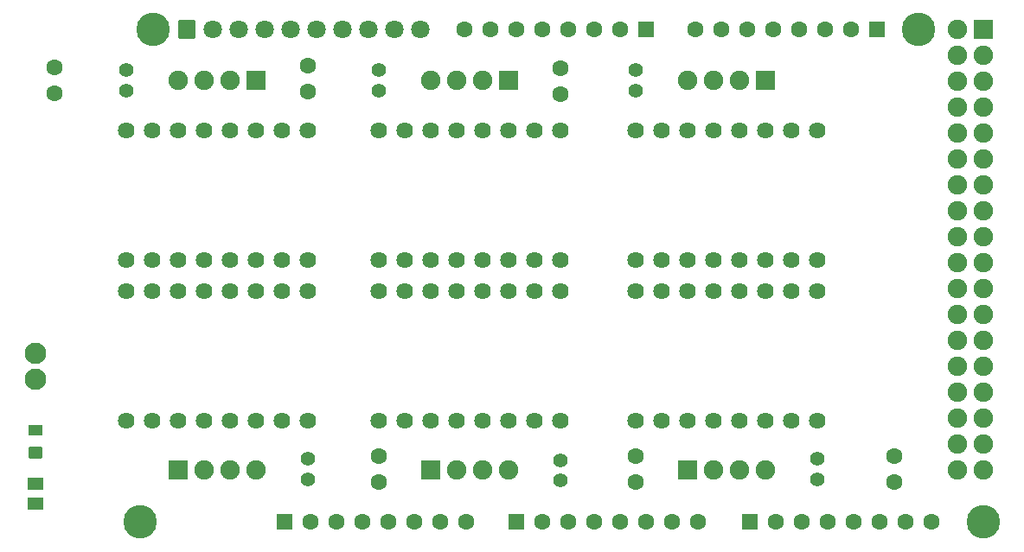
<source format=gts>
G04 Layer: TopSolderMaskLayer*
G04 EasyEDA v6.5.22, 2023-03-30 23:48:17*
G04 8450ab88c4f44046a07a984ff5d0ea80,f0b2f3ec3a9e47b7860458d5da5a3361,10*
G04 Gerber Generator version 0.2*
G04 Scale: 100 percent, Rotated: No, Reflected: No *
G04 Dimensions in inches *
G04 leading zeros omitted , absolute positions ,3 integer and 6 decimal *
%FSLAX36Y36*%
%MOIN*%

%AMMACRO1*1,1,$1,$2,$3*1,1,$1,$4,$5*1,1,$1,0-$2,0-$3*1,1,$1,0-$4,0-$5*20,1,$1,$2,$3,$4,$5,0*20,1,$1,$4,$5,0-$2,0-$3,0*20,1,$1,0-$2,0-$3,0-$4,0-$5,0*20,1,$1,0-$4,0-$5,$2,$3,0*4,1,4,$2,$3,$4,$5,0-$2,0-$3,0-$4,0-$5,$2,$3,0*%
%ADD10MACRO1,0.004X-0.0295X-0.0295X0.0295X-0.0295*%
%ADD11C,0.0631*%
%ADD12C,0.0749*%
%ADD13MACRO1,0.004X-0.0354X0.0354X-0.0354X-0.0354*%
%ADD14MACRO1,0.004X0.0295X0.0295X-0.0295X0.0295*%
%ADD15C,0.0709*%
%ADD16MACRO1,0.004X-0.031X-0.0335X0.031X-0.0335*%
%ADD17C,0.0630*%
%ADD18MACRO1,0.004X0.0354X-0.0354X-0.0354X-0.0354*%
%ADD19MACRO1,0.004X-0.0354X0.0354X0.0354X0.0354*%
%ADD20C,0.0640*%
%ADD21C,0.0827*%
%ADD22MACRO1,0.004X-0.0246X-0.0197X-0.0246X0.0197*%
%ADD23R,0.0532X0.0434*%
%ADD24MACRO1,0.004X-0.0271X0.0223X0.0271X0.0223*%
%ADD25MACRO1,0.004X-0.0271X-0.0223X0.0271X-0.0223*%
%ADD26C,0.0552*%
%ADD27C,0.1290*%
%ADD28C,0.0138*%

%LPD*%
D10*
G01*
X1105000Y100000D03*
D11*
G01*
X1205000Y100000D03*
G01*
X1305000Y100000D03*
G01*
X1405000Y100000D03*
G01*
X1505000Y100000D03*
G01*
X1605000Y100000D03*
G01*
X1705000Y100000D03*
G01*
X1805000Y100000D03*
D10*
G01*
X2000000Y100000D03*
D11*
G01*
X2100000Y100000D03*
G01*
X2200000Y100000D03*
G01*
X2300000Y100000D03*
G01*
X2400000Y100000D03*
G01*
X2500000Y100000D03*
G01*
X2600000Y100000D03*
G01*
X2700000Y100000D03*
D10*
G01*
X2900000Y100000D03*
D11*
G01*
X3000000Y100000D03*
G01*
X3100000Y100000D03*
G01*
X3200000Y100000D03*
G01*
X3300000Y100000D03*
G01*
X3400000Y100000D03*
G01*
X3500000Y100000D03*
G01*
X3600000Y100000D03*
D12*
G01*
X3700000Y300000D03*
G01*
X3800000Y300000D03*
G01*
X3700000Y400000D03*
G01*
X3800000Y400000D03*
G01*
X3700000Y500000D03*
G01*
X3800000Y500000D03*
G01*
X3700000Y600000D03*
G01*
X3800000Y600000D03*
G01*
X3700000Y700000D03*
G01*
X3800000Y700000D03*
G01*
X3700000Y800000D03*
G01*
X3800000Y800000D03*
G01*
X3700000Y900000D03*
G01*
X3800000Y900000D03*
G01*
X3700000Y1000000D03*
G01*
X3800000Y1000000D03*
G01*
X3700000Y1100000D03*
G01*
X3800000Y1100000D03*
G01*
X3700000Y1200000D03*
G01*
X3800000Y1200000D03*
G01*
X3700000Y1300000D03*
G01*
X3800000Y1300000D03*
G01*
X3700000Y1400000D03*
G01*
X3800000Y1400000D03*
G01*
X3700000Y1500000D03*
G01*
X3800000Y1500000D03*
G01*
X3700000Y1600000D03*
G01*
X3800000Y1600000D03*
G01*
X3700000Y1700000D03*
G01*
X3800000Y1700000D03*
G01*
X3700000Y1800000D03*
G01*
X3800000Y1800000D03*
G01*
X3700000Y1900000D03*
G01*
X3800000Y1900000D03*
G01*
X3700000Y2000000D03*
D13*
G01*
X3800000Y2000000D03*
D14*
G01*
X3389999Y2000000D03*
D11*
G01*
X3290000Y2000000D03*
G01*
X3190000Y2000000D03*
G01*
X3090000Y2000000D03*
G01*
X2990000Y2000000D03*
G01*
X2890000Y2000000D03*
G01*
X2790000Y2000000D03*
G01*
X2690000Y2000000D03*
D14*
G01*
X2499999Y2000000D03*
D11*
G01*
X2400000Y2000000D03*
G01*
X2300000Y2000000D03*
G01*
X2200000Y2000000D03*
G01*
X2100000Y2000000D03*
G01*
X2000000Y2000000D03*
G01*
X1900000Y2000000D03*
G01*
X1800000Y2000000D03*
D15*
G01*
X1630000Y2000000D03*
G01*
X1530000Y2000000D03*
G01*
X1430000Y2000000D03*
G01*
X1330000Y2000000D03*
G01*
X1230000Y2000000D03*
G01*
X1130000Y2000000D03*
G01*
X1030000Y2000000D03*
G01*
X930000Y2000000D03*
G01*
X830000Y2000000D03*
D16*
G01*
X730000Y2000000D03*
D17*
G01*
X2170000Y1850000D03*
G01*
X2170000Y1750000D03*
G01*
X220000Y1855000D03*
G01*
X220000Y1755000D03*
G01*
X3455000Y255000D03*
G01*
X3455000Y355000D03*
G01*
X2460000Y255000D03*
G01*
X2460000Y355000D03*
G01*
X1470000Y255000D03*
G01*
X1470000Y355000D03*
D18*
G01*
X1970000Y1805000D03*
D12*
G01*
X1870000Y1805003D03*
G01*
X1770000Y1805003D03*
G01*
X1670000Y1805003D03*
D18*
G01*
X2960000Y1805000D03*
D12*
G01*
X2860000Y1805003D03*
G01*
X2760000Y1805003D03*
G01*
X2660000Y1805003D03*
D19*
G01*
X695000Y300000D03*
D12*
G01*
X795000Y299996D03*
G01*
X895000Y299996D03*
G01*
X995000Y299996D03*
D19*
G01*
X1670000Y300000D03*
D12*
G01*
X1770000Y299996D03*
G01*
X1870000Y299996D03*
G01*
X1970000Y299996D03*
D19*
G01*
X2660000Y300000D03*
D12*
G01*
X2760000Y299996D03*
G01*
X2860000Y299996D03*
G01*
X2960000Y299996D03*
D20*
G01*
X1670000Y1610000D03*
G01*
X1570000Y1610000D03*
G01*
X1470000Y1610000D03*
G01*
X1770000Y1610000D03*
G01*
X1870000Y1610000D03*
G01*
X1970000Y1610000D03*
G01*
X2070000Y1610000D03*
G01*
X2170000Y1610000D03*
G01*
X2170000Y1110000D03*
G01*
X2070000Y1110000D03*
G01*
X1970000Y1110000D03*
G01*
X1870000Y1110000D03*
G01*
X1770000Y1110000D03*
G01*
X1670000Y1110000D03*
G01*
X1570000Y1110000D03*
G01*
X1470000Y1110000D03*
G01*
X2660000Y1610000D03*
G01*
X2560000Y1610000D03*
G01*
X2460000Y1610000D03*
G01*
X2760000Y1610000D03*
G01*
X2860000Y1610000D03*
G01*
X2960000Y1610000D03*
G01*
X3060000Y1610000D03*
G01*
X3160000Y1610000D03*
G01*
X3160000Y1110000D03*
G01*
X3060000Y1110000D03*
G01*
X2960000Y1110000D03*
G01*
X2860000Y1110000D03*
G01*
X2760000Y1110000D03*
G01*
X2660000Y1110000D03*
G01*
X2560000Y1110000D03*
G01*
X2460000Y1110000D03*
G01*
X995000Y490000D03*
G01*
X1095000Y490000D03*
G01*
X1195000Y490000D03*
G01*
X895000Y490000D03*
G01*
X795000Y490000D03*
G01*
X695000Y490000D03*
G01*
X595000Y490000D03*
G01*
X495000Y490000D03*
G01*
X495000Y990000D03*
G01*
X595000Y990000D03*
G01*
X695000Y990000D03*
G01*
X795000Y990000D03*
G01*
X895000Y990000D03*
G01*
X995000Y990000D03*
G01*
X1095000Y990000D03*
G01*
X1195000Y990000D03*
G01*
X2960000Y490000D03*
G01*
X3060000Y490000D03*
G01*
X3160000Y490000D03*
G01*
X2860000Y490000D03*
G01*
X2760000Y490000D03*
G01*
X2660000Y490000D03*
G01*
X2560000Y490000D03*
G01*
X2460000Y490000D03*
G01*
X2460000Y990000D03*
G01*
X2560000Y990000D03*
G01*
X2660000Y990000D03*
G01*
X2760000Y990000D03*
G01*
X2860000Y990000D03*
G01*
X2960000Y990000D03*
G01*
X3060000Y990000D03*
G01*
X3160000Y990000D03*
D17*
G01*
X1195000Y1860000D03*
G01*
X1195000Y1760000D03*
D21*
G01*
X145000Y750000D03*
G01*
X145000Y650000D03*
D18*
G01*
X995000Y1805000D03*
D12*
G01*
X895000Y1805000D03*
G01*
X795000Y1805000D03*
G01*
X695000Y1805000D03*
D22*
G01*
X145003Y366692D03*
D23*
G01*
X145000Y453310D03*
D24*
G01*
X145000Y170627D03*
D25*
G01*
X145000Y249372D03*
D20*
G01*
X695000Y1610000D03*
G01*
X595000Y1610000D03*
G01*
X495000Y1610000D03*
G01*
X795000Y1610000D03*
G01*
X895000Y1610000D03*
G01*
X995000Y1610000D03*
G01*
X1095000Y1610000D03*
G01*
X1195000Y1610000D03*
G01*
X1195000Y1110000D03*
G01*
X1095000Y1110000D03*
G01*
X995000Y1110000D03*
G01*
X895000Y1110000D03*
G01*
X795000Y1110000D03*
G01*
X695000Y1110000D03*
G01*
X595000Y1110000D03*
G01*
X495000Y1110000D03*
D26*
G01*
X1470000Y1765630D03*
G01*
X1470000Y1844369D03*
G01*
X2460000Y1765630D03*
G01*
X2460000Y1844369D03*
G01*
X495000Y1765630D03*
G01*
X495000Y1844369D03*
G01*
X3160000Y344369D03*
G01*
X3160000Y265630D03*
G01*
X2170000Y339369D03*
G01*
X2170000Y260630D03*
G01*
X1195000Y344369D03*
G01*
X1195000Y265630D03*
D20*
G01*
X1970000Y490000D03*
G01*
X2070000Y490000D03*
G01*
X2170000Y490000D03*
G01*
X1870000Y490000D03*
G01*
X1770000Y490000D03*
G01*
X1670000Y490000D03*
G01*
X1570000Y490000D03*
G01*
X1470000Y490000D03*
G01*
X1470000Y990000D03*
G01*
X1570000Y990000D03*
G01*
X1670000Y990000D03*
G01*
X1770000Y990000D03*
G01*
X1870000Y990000D03*
G01*
X1970000Y990000D03*
G01*
X2070000Y990000D03*
G01*
X2170000Y990000D03*
D27*
G01*
X550000Y100000D03*
G01*
X600000Y2000000D03*
G01*
X3550000Y2000000D03*
G01*
X3800000Y100000D03*
M02*

</source>
